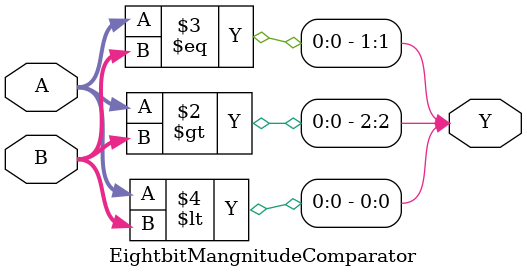
<source format=v>
module EightbitMangnitudeComparator(Y,A,B);
  output [2:0] Y;
  input [7:0] A,B;
  wire [7:0] A,B;
  reg [2:0] Y;
  
  //always@(A or B or C)
  initial
  begin
    Y[2] =(A > B);
    Y[1] =(A == B);
    Y[0] =(A < B);
  end

  
endmodule 
  

</source>
